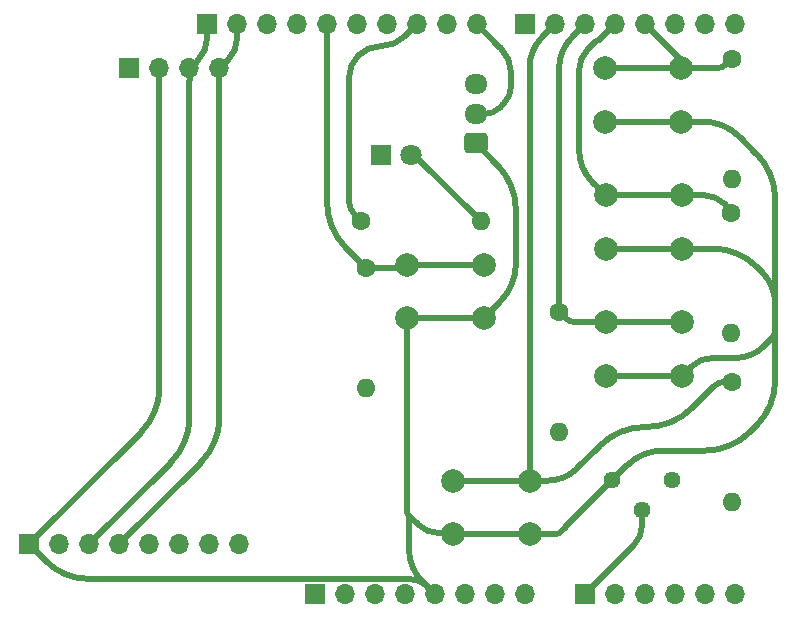
<source format=gbr>
%TF.GenerationSoftware,KiCad,Pcbnew,8.0.8*%
%TF.CreationDate,2025-02-03T17:49:20-07:00*%
%TF.ProjectId,Thermo_Probe,54686572-6d6f-45f5-9072-6f62652e6b69,rev?*%
%TF.SameCoordinates,Original*%
%TF.FileFunction,Copper,L1,Top*%
%TF.FilePolarity,Positive*%
%FSLAX46Y46*%
G04 Gerber Fmt 4.6, Leading zero omitted, Abs format (unit mm)*
G04 Created by KiCad (PCBNEW 8.0.8) date 2025-02-03 17:49:20*
%MOMM*%
%LPD*%
G01*
G04 APERTURE LIST*
G04 Aperture macros list*
%AMRoundRect*
0 Rectangle with rounded corners*
0 $1 Rounding radius*
0 $2 $3 $4 $5 $6 $7 $8 $9 X,Y pos of 4 corners*
0 Add a 4 corners polygon primitive as box body*
4,1,4,$2,$3,$4,$5,$6,$7,$8,$9,$2,$3,0*
0 Add four circle primitives for the rounded corners*
1,1,$1+$1,$2,$3*
1,1,$1+$1,$4,$5*
1,1,$1+$1,$6,$7*
1,1,$1+$1,$8,$9*
0 Add four rect primitives between the rounded corners*
20,1,$1+$1,$2,$3,$4,$5,0*
20,1,$1+$1,$4,$5,$6,$7,0*
20,1,$1+$1,$6,$7,$8,$9,0*
20,1,$1+$1,$8,$9,$2,$3,0*%
G04 Aperture macros list end*
%TA.AperFunction,ComponentPad*%
%ADD10R,1.700000X1.700000*%
%TD*%
%TA.AperFunction,ComponentPad*%
%ADD11O,1.700000X1.700000*%
%TD*%
%TA.AperFunction,ComponentPad*%
%ADD12C,1.600000*%
%TD*%
%TA.AperFunction,ComponentPad*%
%ADD13O,1.600000X1.600000*%
%TD*%
%TA.AperFunction,ComponentPad*%
%ADD14C,2.000000*%
%TD*%
%TA.AperFunction,ComponentPad*%
%ADD15RoundRect,0.250000X0.725000X-0.600000X0.725000X0.600000X-0.725000X0.600000X-0.725000X-0.600000X0*%
%TD*%
%TA.AperFunction,ComponentPad*%
%ADD16O,1.950000X1.700000*%
%TD*%
%TA.AperFunction,ComponentPad*%
%ADD17R,1.800000X1.800000*%
%TD*%
%TA.AperFunction,ComponentPad*%
%ADD18C,1.800000*%
%TD*%
%TA.AperFunction,ComponentPad*%
%ADD19C,1.440000*%
%TD*%
%TA.AperFunction,Conductor*%
%ADD20C,0.508000*%
%TD*%
G04 APERTURE END LIST*
D10*
%TO.P,J1,1,Pin_1*%
%TO.N,unconnected-(J1-Pin_1-Pad1)*%
X127940000Y-97460000D03*
D11*
%TO.P,J1,2,Pin_2*%
%TO.N,/IOREF*%
X130480000Y-97460000D03*
%TO.P,J1,3,Pin_3*%
%TO.N,/~{RESET}*%
X133020000Y-97460000D03*
%TO.P,J1,4,Pin_4*%
%TO.N,+3V3*%
X135560000Y-97460000D03*
%TO.P,J1,5,Pin_5*%
%TO.N,+5V*%
X138100000Y-97460000D03*
%TO.P,J1,6,Pin_6*%
%TO.N,GND*%
X140640000Y-97460000D03*
%TO.P,J1,7,Pin_7*%
X143180000Y-97460000D03*
%TO.P,J1,8,Pin_8*%
%TO.N,VCC*%
X145720000Y-97460000D03*
%TD*%
D10*
%TO.P,J3,1,Pin_1*%
%TO.N,/Temp_sensor*%
X150800000Y-97460000D03*
D11*
%TO.P,J3,2,Pin_2*%
%TO.N,/A1*%
X153340000Y-97460000D03*
%TO.P,J3,3,Pin_3*%
%TO.N,/A2*%
X155880000Y-97460000D03*
%TO.P,J3,4,Pin_4*%
%TO.N,/A3*%
X158420000Y-97460000D03*
%TO.P,J3,5,Pin_5*%
%TO.N,/SDA{slash}A4*%
X160960000Y-97460000D03*
%TO.P,J3,6,Pin_6*%
%TO.N,/SCL{slash}A5*%
X163500000Y-97460000D03*
%TD*%
D10*
%TO.P,J2,1,Pin_1*%
%TO.N,/I2C_SCL*%
X118796000Y-49200000D03*
D11*
%TO.P,J2,2,Pin_2*%
%TO.N,/I2C_SDA*%
X121336000Y-49200000D03*
%TO.P,J2,3,Pin_3*%
%TO.N,/AREF*%
X123876000Y-49200000D03*
%TO.P,J2,4,Pin_4*%
%TO.N,GND*%
X126416000Y-49200000D03*
%TO.P,J2,5,Pin_5*%
%TO.N,/button_on{slash}off*%
X128956000Y-49200000D03*
%TO.P,J2,6,Pin_6*%
%TO.N,/12*%
X131496000Y-49200000D03*
%TO.P,J2,7,Pin_7*%
%TO.N,/\u002A11*%
X134036000Y-49200000D03*
%TO.P,J2,8,Pin_8*%
%TO.N,/LED_light*%
X136576000Y-49200000D03*
%TO.P,J2,9,Pin_9*%
%TO.N,unconnected-(J2-Pin_9-Pad9)*%
X139116000Y-49200000D03*
%TO.P,J2,10,Pin_10*%
%TO.N,/temp_digital*%
X141656000Y-49200000D03*
%TD*%
D10*
%TO.P,J4,1,Pin_1*%
%TO.N,unconnected-(J4-Pin_1-Pad1)*%
X145720000Y-49200000D03*
D11*
%TO.P,J4,2,Pin_2*%
%TO.N,/button_light*%
X148260000Y-49200000D03*
%TO.P,J4,3,Pin_3*%
%TO.N,/button_lock*%
X150800000Y-49200000D03*
%TO.P,J4,4,Pin_4*%
%TO.N,/button_cal*%
X153340000Y-49200000D03*
%TO.P,J4,5,Pin_5*%
%TO.N,/button_unit*%
X155880000Y-49200000D03*
%TO.P,J4,6,Pin_6*%
%TO.N,/2*%
X158420000Y-49200000D03*
%TO.P,J4,7,Pin_7*%
%TO.N,/TX{slash}1*%
X160960000Y-49200000D03*
%TO.P,J4,8,Pin_8*%
%TO.N,/RX{slash}0*%
X163500000Y-49200000D03*
%TD*%
D12*
%TO.P,R2,1*%
%TO.N,/button_cal*%
X163200000Y-65220000D03*
D13*
%TO.P,R2,2*%
%TO.N,GND*%
X163200000Y-75380000D03*
%TD*%
D14*
%TO.P,SW1,1,A*%
%TO.N,/button_unit*%
X152450000Y-52950000D03*
X158950000Y-52950000D03*
%TO.P,SW1,2,B*%
%TO.N,+5V*%
X152450000Y-57450000D03*
X158950000Y-57450000D03*
%TD*%
D12*
%TO.P,R4,1*%
%TO.N,/button_on{slash}off*%
X132250000Y-69820000D03*
D13*
%TO.P,R4,2*%
%TO.N,GND*%
X132250000Y-79980000D03*
%TD*%
D12*
%TO.P,R3,1*%
%TO.N,/button_lock*%
X148600000Y-73570000D03*
D13*
%TO.P,R3,2*%
%TO.N,GND*%
X148600000Y-83730000D03*
%TD*%
D15*
%TO.P,J7,1,Pin_1*%
%TO.N,+5V*%
X141550000Y-59300000D03*
D16*
%TO.P,J7,2,Pin_2*%
%TO.N,/temp_digital*%
X141550000Y-56800000D03*
%TO.P,J7,3,Pin_3*%
%TO.N,GND*%
X141550000Y-54300000D03*
%TD*%
D12*
%TO.P,R1,1*%
%TO.N,/button_unit*%
X163250000Y-52120000D03*
D13*
%TO.P,R1,2*%
%TO.N,GND*%
X163250000Y-62280000D03*
%TD*%
D12*
%TO.P,R6,1*%
%TO.N,/LED_light*%
X131850000Y-65900000D03*
D13*
%TO.P,R6,2*%
%TO.N,Net-(D1-A)*%
X142010000Y-65900000D03*
%TD*%
D14*
%TO.P,SW5,1,A*%
%TO.N,/button_light*%
X139600000Y-87850000D03*
X146100000Y-87850000D03*
%TO.P,SW5,2,B*%
%TO.N,+5V*%
X139600000Y-92350000D03*
X146100000Y-92350000D03*
%TD*%
D10*
%TO.P,J6,1,Pin_1*%
%TO.N,GND*%
X112231668Y-52938332D03*
D11*
%TO.P,J6,2,Pin_2*%
%TO.N,+5V*%
X114771668Y-52938332D03*
%TO.P,J6,3,Pin_3*%
%TO.N,/I2C_SCL*%
X117311668Y-52938332D03*
%TO.P,J6,4,Pin_4*%
%TO.N,/I2C_SDA*%
X119851668Y-52938332D03*
%TD*%
D17*
%TO.P,D1,1,K*%
%TO.N,GND*%
X133510000Y-60250000D03*
D18*
%TO.P,D1,2,A*%
%TO.N,Net-(D1-A)*%
X136050000Y-60250000D03*
%TD*%
D14*
%TO.P,SW2,1,A*%
%TO.N,/button_cal*%
X152550000Y-63700000D03*
X159050000Y-63700000D03*
%TO.P,SW2,2,B*%
%TO.N,+5V*%
X152550000Y-68200000D03*
X159050000Y-68200000D03*
%TD*%
D12*
%TO.P,R5,1*%
%TO.N,/button_light*%
X163250000Y-79470000D03*
D13*
%TO.P,R5,2*%
%TO.N,GND*%
X163250000Y-89630000D03*
%TD*%
D14*
%TO.P,SW4,1,A*%
%TO.N,/button_on{slash}off*%
X135750000Y-69550000D03*
X142250000Y-69550000D03*
%TO.P,SW4,2,B*%
%TO.N,+5V*%
X135750000Y-74050000D03*
X142250000Y-74050000D03*
%TD*%
D19*
%TO.P,RV1,1,1*%
%TO.N,+5V*%
X153110000Y-87815000D03*
%TO.P,RV1,2,2*%
%TO.N,/Temp_sensor*%
X155650000Y-90355000D03*
%TO.P,RV1,3,3*%
%TO.N,GND*%
X158190000Y-87815000D03*
%TD*%
D14*
%TO.P,SW3,1,A*%
%TO.N,/button_lock*%
X152550000Y-74450000D03*
X159050000Y-74450000D03*
%TO.P,SW3,2,B*%
%TO.N,+5V*%
X152550000Y-78950000D03*
X159050000Y-78950000D03*
%TD*%
D11*
%TO.P,J5,8,Pin_8*%
%TO.N,unconnected-(J5-Pin_8-Pad8)*%
X121505000Y-93225000D03*
%TO.P,J5,7,Pin_7*%
%TO.N,unconnected-(J5-Pin_7-Pad7)*%
X118965000Y-93225000D03*
%TO.P,J5,6,Pin_6*%
%TO.N,unconnected-(J5-Pin_6-Pad6)*%
X116425000Y-93225000D03*
%TO.P,J5,5,Pin_5*%
%TO.N,unconnected-(J5-Pin_5-Pad5)*%
X113885000Y-93225000D03*
%TO.P,J5,4,Pin_4*%
%TO.N,/I2C_SDA*%
X111345000Y-93225000D03*
%TO.P,J5,3,Pin_3*%
%TO.N,/I2C_SCL*%
X108805000Y-93225000D03*
%TO.P,J5,2,Pin_2*%
%TO.N,GND*%
X106265000Y-93225000D03*
D10*
%TO.P,J5,1,Pin_1*%
%TO.N,+5V*%
X103725000Y-93225000D03*
%TD*%
D20*
%TO.N,/I2C_SDA*%
X121336000Y-50404418D02*
G75*
G02*
X120593822Y-52196154I-2533900J18D01*
G01*
%TO.N,/I2C_SCL*%
X118053834Y-52196166D02*
G75*
G03*
X117311683Y-53987913I1791766J-1791734D01*
G01*
X118796000Y-50404418D02*
G75*
G02*
X118053822Y-52196154I-2533900J18D01*
G01*
%TO.N,+5V*%
X125549999Y-96156000D02*
X125549999Y-96156000D01*
X166900000Y-74485937D02*
X166900000Y-74520312D01*
X148757811Y-92167186D02*
X148717186Y-92207811D01*
X148955858Y-91969139D02*
X148905076Y-92019920D01*
X166900000Y-68668441D02*
X166900000Y-69071813D01*
X166900000Y-69275105D02*
X166900000Y-70085062D01*
X166900000Y-72616178D02*
X166900000Y-72818668D01*
X166900000Y-74039062D02*
X166900000Y-74210937D01*
X166900000Y-75070312D02*
X166900000Y-75104687D01*
X125449732Y-96156000D02*
X125549999Y-96156000D01*
X125549999Y-96156000D02*
X125449732Y-96156000D01*
X166900000Y-75104687D02*
X166900000Y-75139062D01*
X148798436Y-92126561D02*
X148757811Y-92167186D01*
X149006639Y-91918358D02*
X148955858Y-91969139D01*
X166900000Y-70085062D02*
X166900000Y-70895019D01*
X166900000Y-74606250D02*
X166900000Y-74743750D01*
X166900000Y-64308499D02*
X166900000Y-64917572D01*
X149225000Y-91699998D02*
X149062499Y-91862499D01*
X148874608Y-92050388D02*
X148864452Y-92060545D01*
X166900000Y-68265069D02*
X166900000Y-68668441D01*
X166900000Y-74881250D02*
X166900000Y-75018750D01*
X148839061Y-92085936D02*
X148798436Y-92126561D01*
X166900000Y-70895019D02*
X166900000Y-71704976D01*
X148671484Y-92253514D02*
X148661328Y-92263671D01*
X148864452Y-92060545D02*
X148854295Y-92070702D01*
X166900000Y-65321747D02*
X166900000Y-66340618D01*
X166900000Y-74210937D02*
X166900000Y-74382812D01*
X166900000Y-66340618D02*
X166900000Y-67359489D01*
X166900000Y-73300000D02*
X166900000Y-73850000D01*
X148691796Y-92233202D02*
X148681640Y-92243358D01*
X166900000Y-74520312D02*
X166900000Y-74554687D01*
X166900000Y-72008710D02*
X166900000Y-72211199D01*
X166900000Y-75173437D02*
X166900000Y-75207812D01*
X166900000Y-72211199D02*
X166900000Y-72413688D01*
X148701952Y-92223046D02*
X148691796Y-92233202D01*
X166900000Y-74743750D02*
X166900000Y-74881250D01*
%TO.N,/I2C_SCL*%
X118796000Y-50404418D02*
X118796000Y-49200000D01*
%TO.N,/I2C_SDA*%
X121336000Y-50404418D02*
X121336000Y-49200000D01*
X120593834Y-52196166D02*
X119851668Y-52938332D01*
%TO.N,+5V*%
X135750000Y-90543933D02*
G75*
G03*
X135825010Y-90724990I256100J33D01*
G01*
X135825000Y-90725000D02*
X135825000Y-90725000D01*
X135750000Y-90543933D02*
G75*
G03*
X135825010Y-90724990I256100J33D01*
G01*
X137000000Y-96360000D02*
G75*
G02*
X135900014Y-93704365I2655600J2655600D01*
G01*
X125600133Y-96156000D02*
X125600133Y-96156000D01*
X136639860Y-91539860D02*
G75*
G03*
X138475000Y-92299994I1835140J1835160D01*
G01*
X139575000Y-92325000D02*
G75*
G03*
X139514644Y-92299982I-60400J-60400D01*
G01*
X135900000Y-90906066D02*
G75*
G03*
X135824990Y-90725010I-256100J-34D01*
G01*
X137774000Y-97134000D02*
X137774000Y-97134000D01*
X166900000Y-74606250D02*
X166900000Y-74554687D01*
X166900000Y-74485937D02*
X166900000Y-74382812D01*
X148671484Y-92253514D02*
X148681640Y-92243358D01*
X166900000Y-71704976D02*
X166900000Y-72008710D01*
X166900000Y-72616178D02*
X166900000Y-72413688D01*
X166900000Y-75139062D02*
X166900000Y-75173437D01*
X148717186Y-92207811D02*
X148701952Y-92223046D01*
X125549999Y-96156000D02*
X125600133Y-96156000D01*
X125549999Y-96156000D02*
X125600133Y-96156000D01*
X149006639Y-91918358D02*
X149062499Y-91862499D01*
X148905076Y-92019920D02*
X148874608Y-92050388D01*
X166900000Y-74039062D02*
X166900000Y-73850000D01*
X166900000Y-68265069D02*
X166900000Y-67359489D01*
X148839061Y-92085936D02*
X148854295Y-92070702D01*
X166900000Y-69071813D02*
X166900000Y-69275105D01*
X166900000Y-75070312D02*
X166900000Y-75018750D01*
X166900000Y-64917572D02*
X166900000Y-65321747D01*
X135900000Y-90906066D02*
X135900000Y-93704365D01*
X137000000Y-96360000D02*
X137774000Y-97134000D01*
X135750000Y-90543933D02*
X135750000Y-74050000D01*
X138475000Y-92300000D02*
X139514644Y-92300000D01*
X139575000Y-92325000D02*
X139600000Y-92350000D01*
X136639860Y-91539860D02*
X135825000Y-90725000D01*
X125600133Y-96156000D02*
X125650267Y-96156000D01*
X135873932Y-96156000D02*
X125600133Y-96156000D01*
X125449732Y-96156000D02*
X108728529Y-96156000D01*
%TO.N,/I2C_SDA*%
X119851668Y-82464368D02*
G75*
G02*
X118257895Y-86312144I-5441568J-32D01*
G01*
%TO.N,/I2C_SCL*%
X117311668Y-82464368D02*
G75*
G02*
X115717895Y-86312144I-5441568J-32D01*
G01*
%TO.N,+5V*%
X105190500Y-94690500D02*
G75*
G03*
X108728529Y-96155988I3538000J3538000D01*
G01*
X137448000Y-96808000D02*
G75*
G03*
X135873932Y-96155986I-1574100J-1574100D01*
G01*
X113177875Y-83772124D02*
G75*
G03*
X114771640Y-79924368I-3847775J3847724D01*
G01*
X114771668Y-79924368D02*
X114771668Y-52938332D01*
X103725000Y-93225000D02*
X113177875Y-83772124D01*
%TO.N,/I2C_SDA*%
X118257875Y-86312124D02*
X111345000Y-93225000D01*
X119851668Y-82464368D02*
X119851668Y-53684802D01*
%TO.N,/I2C_SCL*%
X115717875Y-86312124D02*
X108805000Y-93225000D01*
X117311668Y-53987913D02*
X117311668Y-82464368D01*
%TO.N,+5V*%
X103725000Y-93225000D02*
X105190500Y-94690500D01*
X137448000Y-96808000D02*
X137774000Y-97134000D01*
%TO.N,/temp_digital*%
X143877187Y-55972811D02*
G75*
G03*
X144550006Y-54348500I-1624287J1624311D01*
G01*
X143580330Y-56269669D02*
G75*
G02*
X142300000Y-56799988I-1280330J1280369D01*
G01*
X143628639Y-51172639D02*
X141656000Y-49200000D01*
X144550000Y-53397000D02*
X144550000Y-54348500D01*
X143877187Y-55972811D02*
X143580330Y-56269669D01*
X142300000Y-56800000D02*
X141550000Y-56800000D01*
X143628639Y-51172639D02*
G75*
G02*
X144550006Y-53397000I-2224339J-2224361D01*
G01*
%TO.N,+5V*%
X159425000Y-78575000D02*
G75*
G02*
X158519669Y-78949988I-905300J905300D01*
G01*
%TO.N,/Temp_sensor*%
X154852737Y-93407262D02*
G75*
G03*
X155650007Y-91482500I-1924737J1924762D01*
G01*
%TO.N,/LED_light*%
X131600000Y-51850000D02*
G75*
G03*
X130799988Y-53781370I1931400J-1931400D01*
G01*
X133563000Y-51050000D02*
G75*
G03*
X135548359Y-50227628I0J2807700D01*
G01*
X131600000Y-51850000D02*
G75*
G02*
X133531370Y-51049988I1931400J-1931400D01*
G01*
X130800000Y-64107537D02*
G75*
G03*
X131325011Y-65374989I1792500J37D01*
G01*
%TO.N,/button_cal*%
X160946619Y-63700000D02*
G75*
G02*
X162539994Y-64360006I-19J-2253400D01*
G01*
X151049999Y-51299999D02*
G75*
G03*
X150299982Y-53110660I1810701J-1810701D01*
G01*
X152003535Y-50536464D02*
G75*
G03*
X152000008Y-50545000I8565J-8536D01*
G01*
X151995000Y-50550000D02*
G75*
G03*
X152000000Y-50545000I0J5000D01*
G01*
X151729289Y-50620710D02*
G75*
G02*
X151900000Y-50549993I170711J-170690D01*
G01*
X150300000Y-59859009D02*
G75*
G03*
X151425003Y-62574997I3841000J9D01*
G01*
%TO.N,/button_unit*%
X162835000Y-52535000D02*
G75*
G02*
X161833101Y-52950001I-1001900J1001900D01*
G01*
%TO.N,/button_light*%
X146100000Y-52887350D02*
G75*
G02*
X147179985Y-50279985I3687300J50D01*
G01*
X159843792Y-81706206D02*
G75*
G02*
X155996036Y-83300010I-3847792J3847806D01*
G01*
X147600000Y-87850000D02*
G75*
G03*
X150160656Y-86789336I0J3621300D01*
G01*
X152056207Y-84893792D02*
G75*
G02*
X155903963Y-83299959I3847793J-3847708D01*
G01*
X162665000Y-79470000D02*
G75*
G03*
X161666346Y-79883661I0J-1412300D01*
G01*
%TO.N,/button_lock*%
X149700000Y-50300000D02*
G75*
G03*
X148600014Y-52955634I2655600J-2655600D01*
G01*
X149040000Y-74010000D02*
G75*
G02*
X148599981Y-72947746I1062300J1062300D01*
G01*
X150102253Y-74450000D02*
G75*
G02*
X149040013Y-74009987I47J1502300D01*
G01*
%TO.N,/button_on{slash}off*%
X135615000Y-69685000D02*
G75*
G02*
X135289081Y-69819992I-325900J325900D01*
G01*
X135615000Y-69685000D02*
G75*
G02*
X135940918Y-69550008I325900J-325900D01*
G01*
X128956000Y-64272036D02*
G75*
G03*
X130549800Y-68119784I5441600J36D01*
G01*
%TO.N,+5V*%
X165306207Y-60156207D02*
G75*
G02*
X166900011Y-64003963I-3847807J-3847793D01*
G01*
X144950000Y-64953963D02*
G75*
G03*
X143356199Y-61106215I-5441600J-37D01*
G01*
X144950000Y-69440811D02*
G75*
G02*
X143599997Y-72699997I-4609200J11D01*
G01*
X164793792Y-83706206D02*
G75*
G02*
X160946036Y-85300010I-3847792J3847806D01*
G01*
X165350000Y-69750000D02*
G75*
G03*
X161607968Y-68200013I-3742000J-3742000D01*
G01*
X159800000Y-78200000D02*
G75*
G02*
X161610660Y-77449954I1810700J-1810600D01*
G01*
X165754548Y-70154548D02*
G75*
G02*
X166899995Y-72919913I-2765348J-2765352D01*
G01*
X166705545Y-75694454D02*
G75*
G03*
X166900002Y-75225000I-469445J469454D01*
G01*
X166900000Y-75775000D02*
G75*
G03*
X166705556Y-75694465I-113900J0D01*
G01*
X160775000Y-57450000D02*
G75*
G02*
X163890461Y-58740477I0J-4405900D01*
G01*
X165306207Y-83193792D02*
G75*
G03*
X166900010Y-79346036I-3847807J3847792D01*
G01*
X157403373Y-85300000D02*
G75*
G03*
X154367508Y-86557508I27J-4293400D01*
G01*
X163571141Y-77450000D02*
G75*
G03*
X165924988Y-76474988I-41J3328900D01*
G01*
X148460095Y-92350000D02*
G75*
G03*
X148656251Y-92268751I5J277400D01*
G01*
X166900000Y-72818668D02*
X166900000Y-72919913D01*
X166900000Y-75225000D02*
X166900000Y-75207812D01*
X166900000Y-75775000D02*
X166900000Y-75225000D01*
X148661328Y-92263671D02*
X148656250Y-92268750D01*
%TO.N,/button_cal*%
X152550000Y-63700000D02*
X151425000Y-62575000D01*
X150300000Y-53110660D02*
X150300000Y-59859009D01*
X151049999Y-51299999D02*
X151729289Y-50620710D01*
X151900000Y-50550000D02*
X151995000Y-50550000D01*
X152003535Y-50536464D02*
X153340000Y-49200000D01*
%TO.N,/button_on{slash}off*%
X128956000Y-64272036D02*
X128956000Y-49200000D01*
X132250000Y-69820000D02*
X130549792Y-68119792D01*
X135289081Y-69820000D02*
X132250000Y-69820000D01*
%TO.N,+5V*%
X166900000Y-64308499D02*
X166900000Y-64003963D01*
X160775000Y-57450000D02*
X158950000Y-57450000D01*
X163890469Y-58740469D02*
X165306207Y-60156207D01*
X165925000Y-76475000D02*
X166705545Y-75694454D01*
X163571141Y-77450000D02*
X161610660Y-77450000D01*
X159800000Y-78200000D02*
X159425000Y-78575000D01*
X166900000Y-75775000D02*
X166900000Y-79346036D01*
X164793792Y-83706206D02*
X165306207Y-83193792D01*
X157403373Y-85300000D02*
X160946036Y-85300000D01*
X153110000Y-87815000D02*
X154367500Y-86557500D01*
%TO.N,/button_light*%
X155996036Y-83300000D02*
X155903963Y-83300000D01*
X152056207Y-84893792D02*
X150160659Y-86789339D01*
X162665000Y-79470000D02*
X163250000Y-79470000D01*
X147600000Y-87850000D02*
X146100000Y-87850000D01*
X159843792Y-81706206D02*
X161666342Y-79883657D01*
%TO.N,+5V*%
X166900000Y-72919913D02*
X166900000Y-73300000D01*
%TO.N,/Temp_sensor*%
X154852737Y-93407262D02*
X150800000Y-97460000D01*
X155650000Y-91482500D02*
X155650000Y-90355000D01*
%TO.N,/button_lock*%
X149700000Y-50300000D02*
X150800000Y-49200000D01*
X148600000Y-52955634D02*
X148600000Y-72947746D01*
%TO.N,+5V*%
X158950000Y-57450000D02*
X152450000Y-57450000D01*
%TO.N,/button_unit*%
X158950000Y-52950000D02*
X152450000Y-52950000D01*
X158950000Y-52270000D02*
X155880000Y-49200000D01*
X162835000Y-52535000D02*
X163250000Y-52120000D01*
X161833101Y-52950000D02*
X158950000Y-52950000D01*
%TO.N,/button_cal*%
X162540000Y-64360000D02*
X163200000Y-65020000D01*
X160946619Y-63700000D02*
X159050000Y-63700000D01*
X159050000Y-63700000D02*
X152550000Y-63700000D01*
%TO.N,+5V*%
X159050000Y-68200000D02*
X152550000Y-68200000D01*
%TO.N,/button_lock*%
X150102253Y-74450000D02*
X152550000Y-74450000D01*
X152550000Y-74450000D02*
X159050000Y-74450000D01*
%TO.N,+5V*%
X158519669Y-78950000D02*
X152550000Y-78950000D01*
X165754548Y-70154548D02*
X165350000Y-69750000D01*
X159050000Y-68200000D02*
X161607968Y-68200000D01*
X153110000Y-87815000D02*
X149225000Y-91699998D01*
X148460095Y-92350000D02*
X146100000Y-92350000D01*
%TO.N,/button_light*%
X147180000Y-50280000D02*
X148260000Y-49200000D01*
X146100000Y-52887350D02*
X146100000Y-87850000D01*
%TO.N,Net-(D1-A)*%
X142010000Y-65900000D02*
X136360000Y-60250000D01*
%TO.N,+5V*%
X143356207Y-61106207D02*
X141550000Y-59300000D01*
X143600000Y-72700000D02*
X142250000Y-74050000D01*
X144950000Y-69440811D02*
X144950000Y-64953963D01*
X146100000Y-92350000D02*
X140660660Y-92350000D01*
X135750000Y-74050000D02*
X142250000Y-74050000D01*
%TO.N,/button_on{slash}off*%
X135940918Y-69550000D02*
X142250000Y-69550000D01*
%TO.N,/button_light*%
X146100000Y-87850000D02*
X139600000Y-87850000D01*
%TO.N,/LED_light*%
X131325000Y-65375000D02*
X131850000Y-65900000D01*
X130800000Y-53781370D02*
X130800000Y-64107537D01*
X135548365Y-50227634D02*
X136576000Y-49200000D01*
X133531370Y-51050000D02*
X133563000Y-51050000D01*
%TD*%
M02*

</source>
